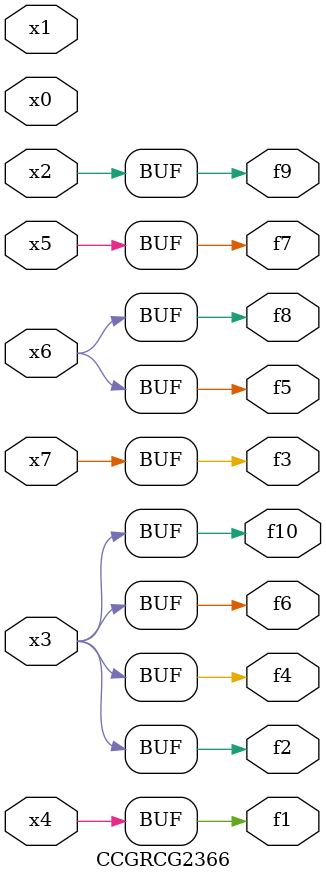
<source format=v>
module CCGRCG2366(
	input x0, x1, x2, x3, x4, x5, x6, x7,
	output f1, f2, f3, f4, f5, f6, f7, f8, f9, f10
);
	assign f1 = x4;
	assign f2 = x3;
	assign f3 = x7;
	assign f4 = x3;
	assign f5 = x6;
	assign f6 = x3;
	assign f7 = x5;
	assign f8 = x6;
	assign f9 = x2;
	assign f10 = x3;
endmodule

</source>
